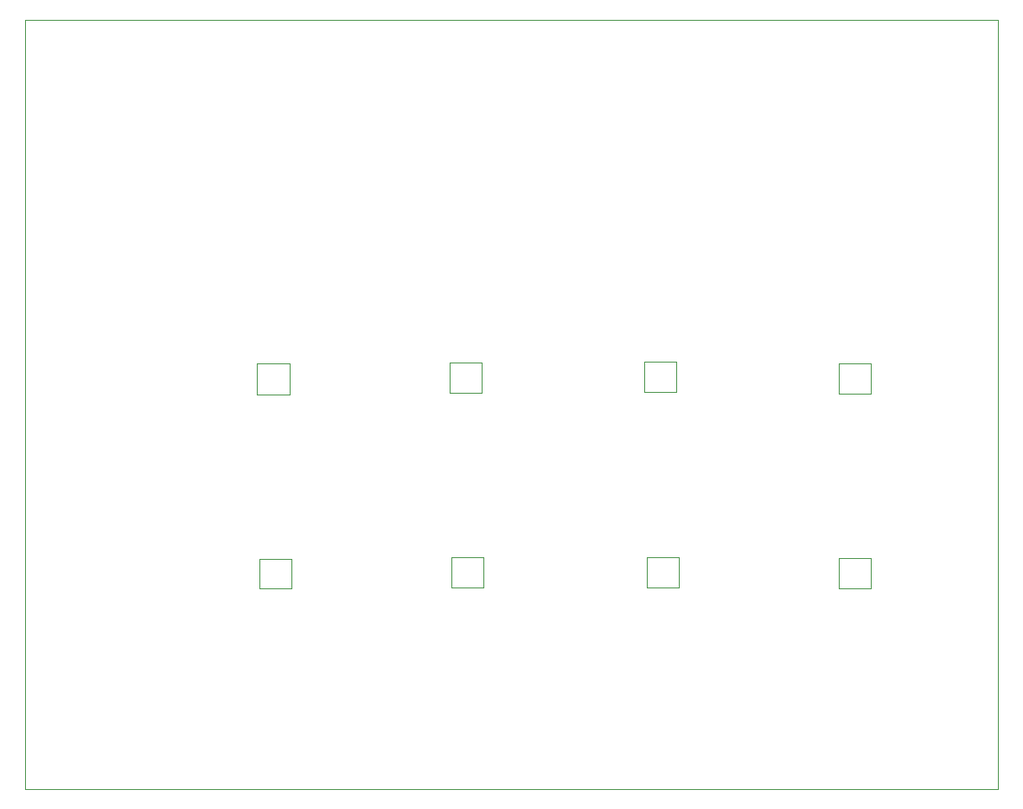
<source format=gbr>
%TF.GenerationSoftware,KiCad,Pcbnew,(6.0.10)*%
%TF.CreationDate,2023-03-05T14:49:45+05:30*%
%TF.ProjectId,keyboardv3,6b657962-6f61-4726-9476-332e6b696361,rev?*%
%TF.SameCoordinates,Original*%
%TF.FileFunction,Profile,NP*%
%FSLAX46Y46*%
G04 Gerber Fmt 4.6, Leading zero omitted, Abs format (unit mm)*
G04 Created by KiCad (PCBNEW (6.0.10)) date 2023-03-05 14:49:45*
%MOMM*%
%LPD*%
G01*
G04 APERTURE LIST*
%TA.AperFunction,Profile*%
%ADD10C,0.100000*%
%TD*%
%TA.AperFunction,Profile*%
%ADD11C,0.120000*%
%TD*%
G04 APERTURE END LIST*
D10*
X29140000Y-25980000D02*
X124450000Y-25980000D01*
X124450000Y-25980000D02*
X124450000Y-101250000D01*
X124450000Y-101250000D02*
X29140000Y-101250000D01*
X29140000Y-101250000D02*
X29140000Y-25980000D01*
D11*
%TO.C,D4*%
X73875712Y-59461432D02*
X70740530Y-59461432D01*
X70740530Y-59461432D02*
X70740530Y-62437511D01*
X70740530Y-62437511D02*
X73875712Y-62437511D01*
X73875712Y-62437511D02*
X73875712Y-59461432D01*
%TO.C,D14*%
X93137852Y-78513581D02*
X90016042Y-78513581D01*
X90016042Y-78513581D02*
X90016042Y-81496257D01*
X90016042Y-81496257D02*
X93137852Y-81496257D01*
X93137852Y-81496257D02*
X93137852Y-78513581D01*
%TO.C,D17*%
X55206548Y-78682675D02*
X52084738Y-78682675D01*
X52084738Y-78682675D02*
X52084738Y-81621872D01*
X52084738Y-81621872D02*
X55206548Y-81621872D01*
X55206548Y-81621872D02*
X55206548Y-78682675D01*
%TO.C,D1*%
X55040244Y-59619432D02*
X51892346Y-59619432D01*
X51892346Y-59619432D02*
X51892346Y-62593413D01*
X51892346Y-62593413D02*
X55040244Y-62593413D01*
X55040244Y-62593413D02*
X55040244Y-59619432D01*
%TO.C,D13*%
X112001548Y-78635854D02*
X108871042Y-78635854D01*
X108871042Y-78635854D02*
X108871042Y-81575051D01*
X108871042Y-81575051D02*
X112001548Y-81575051D01*
X112001548Y-81575051D02*
X112001548Y-78635854D01*
%TO.C,D10*%
X111951548Y-59557190D02*
X108821042Y-59557190D01*
X108821042Y-59557190D02*
X108821042Y-62505083D01*
X108821042Y-62505083D02*
X111951548Y-62505083D01*
X111951548Y-62505083D02*
X111951548Y-59557190D01*
%TO.C,D15*%
X74002852Y-78522398D02*
X70863650Y-78522398D01*
X70863650Y-78522398D02*
X70863650Y-81487683D01*
X70863650Y-81487683D02*
X74002852Y-81487683D01*
X74002852Y-81487683D02*
X74002852Y-78522398D01*
%TO.C,D7*%
X92921548Y-59420480D02*
X89799738Y-59420480D01*
X89799738Y-59420480D02*
X89799738Y-62350981D01*
X89799738Y-62350981D02*
X92921548Y-62350981D01*
X92921548Y-62350981D02*
X92921548Y-59420480D01*
%TD*%
M02*

</source>
